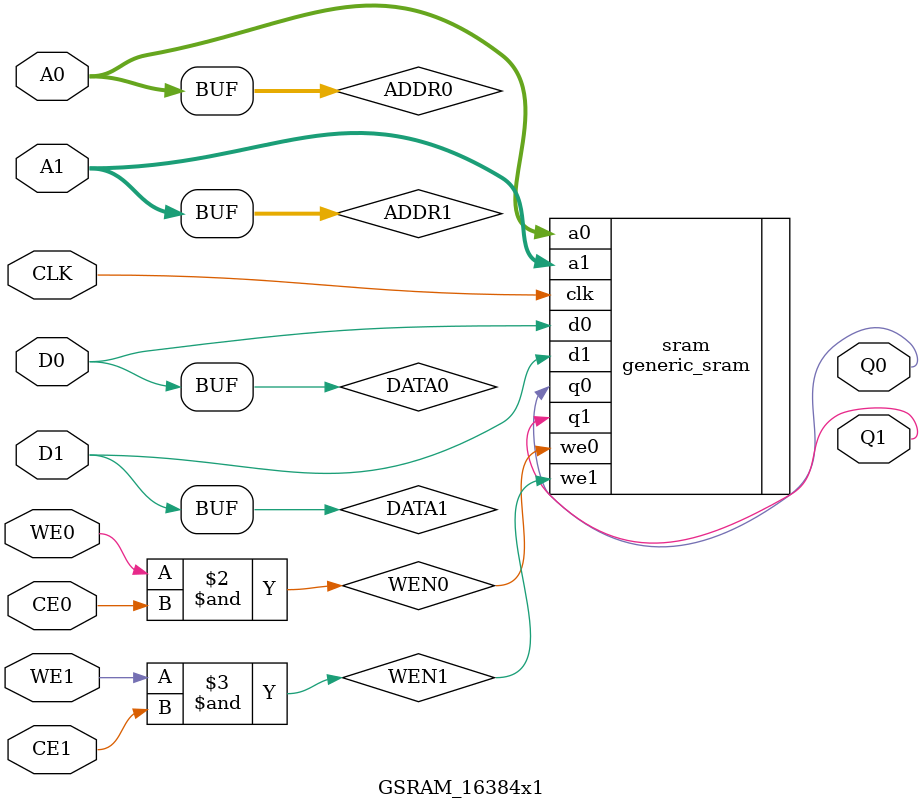
<source format=v>
`timescale 1 ps / 1 ps
module GSRAM_16384x1( CLK, A0, D0, Q0, WE0, CE0, A1, D1, Q1, WE1, CE1 );

    input CLK;
    input [13:0] A0;
    input D0;
    output Q0;
    input WE0;
    input CE0;
    input [13:0] A1;
    input D1;
    output Q1;
    input WE1;
    input CE1;

    reg [13:0]  ADDR0;
    reg [13:0]  ADDR1;
    reg WEN0;
    reg WEN1;
    reg DATA0;
    reg DATA1;

    always @(*) begin
	#5
	ADDR0 = A0;
	ADDR1 = A1;
	WEN0 = WE0 & CE0;
	WEN1 = WE1 & CE1;
	DATA0 = D0;
	DATA1 = D1;
    end
  
    // generic SRAM for comp-kernel-only synthesis
    generic_sram
        #(
          .abits(14),
          .dbits(1)
         )
    sram
        (
         .clk(CLK),
         .a0(ADDR0),
         .a1(ADDR1),
         .d0(DATA0),
         .d1(DATA1),
         .q0(Q0),
         .q1(Q1),
         .we0(WEN0),
         .we1(WEN1)
        );

endmodule

</source>
